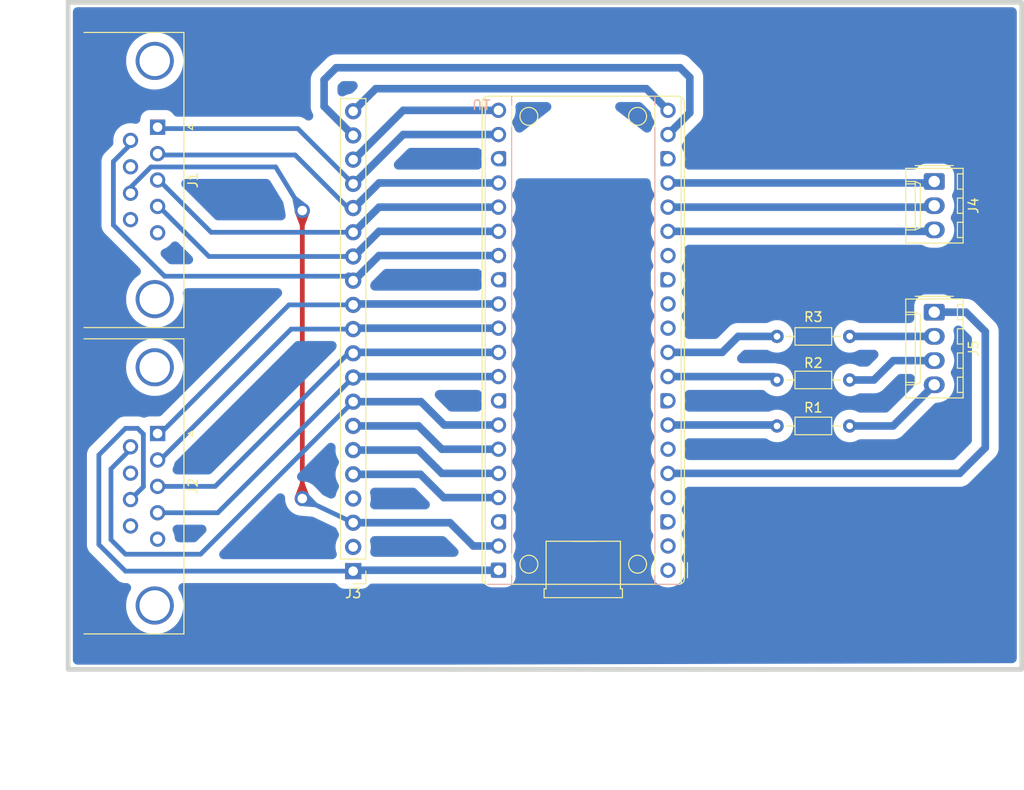
<source format=kicad_pcb>
(kicad_pcb (version 20240108) (generator "pcbnew") (generator_version "8.0")
  (title_block (title "Placa de Usuario Pimmodore 64") (date "2024-08-25"))
  (layers (0 "F.Cu" signal) (31 "B.Cu" signal) (34 "B.Paste" user) (35 "F.Paste" user) (36 "B.SilkS" user "B.Silkscreen") (37 "F.SilkS" user "F.Silkscreen") (38 "B.Mask" user) (39 "F.Mask" user) (44 "Edge.Cuts" user))
  (net 0 "")
  (net 1 "Net-(J5-Pin_4)")
  (net 2 "Net-(J5-Pin_2)")
  (net 3 "Net-(J5-Pin_3)")
  (net 4 "Net-(J5-Pin_1)")
  (net 11 "/M-h")
  (net 12 "/M-b")
  (net 13 "/M-i")
  (net 14 "/M-3")
  (net 16 "/M-1")
  (net 17 "/M-g")
  (net 18 "/M-4")
  (net 19 "/M-d")
  (net 20 "/M-a")
  (net 21 "/M-0")
  (net 22 "/M-8")
  (net 24 "/M-c")
  (net 25 "/M-e")
  (net 26 "/M-f")
  (net 27 "/M-7")
  (net 28 "/M-6")
  (net 29 "/M-2")
  (net 30 "/M-5")
  (net 31 "Net-(U1-GPIO28_ADC2)")
  (net 32 "Net-(U1-GPIO27_ADC1)")
  (net 33 "Net-(U1-GPIO26_ADC0)")
  (net 42 "GNDPWR")
  (net 43 "/PI-10")
  (net 44 "/PI-11")
  (net 45 "/PI-09")
  (footprint "Connector_Molex:Molex_KK-254_AE-6410-04A_1x04_P2.54mm_Vertical" (layer "F.Cu") (at 110.724 46.482 -90)
    (property "Reference" "J5" (at 3.81 -4.12 90) (layer "F.SilkS"))
    (property "Value" "RGB Led")
    (fp_line (start -1.38 2.99) (end 9 2.99) (stroke (width 0.12)) (layer "F.SilkS"))
    (fp_line (start 0 2.99) (end 0 1.99) (stroke (width 0.12)) (layer "F.SilkS"))
    (fp_line (start 0.25 2.99) (end 0.25 1.99) (stroke (width 0.12)) (layer "F.SilkS"))
    (fp_line (start 7.37 2.99) (end 7.37 1.99) (stroke (width 0.12)) (layer "F.SilkS"))
    (fp_line (start 9 2.99) (end 9 -3.03) (stroke (width 0.12)) (layer "F.SilkS"))
    (fp_line (start 0 1.99) (end 7.62 1.99) (stroke (width 0.12)) (layer "F.SilkS"))
    (fp_line (start 0 1.99) (end 0.25 1.46) (stroke (width 0.12)) (layer "F.SilkS"))
    (fp_line (start 7.62 1.99) (end 7.62 2.99) (stroke (width 0.12)) (layer "F.SilkS"))
    (fp_line (start 0.25 1.46) (end 7.37 1.46) (stroke (width 0.12)) (layer "F.SilkS"))
    (fp_line (start 7.37 1.46) (end 7.62 1.99) (stroke (width 0.12)) (layer "F.SilkS"))
    (fp_line (start -1.67 -2) (end -1.67 2) (stroke (width 0.12)) (layer "F.SilkS"))
    (fp_line (start -0.8 -2.43) (end 0.8 -2.43) (stroke (width 0.12)) (layer "F.SilkS"))
    (fp_line (start 0.8 -2.43) (end 0.8 -3.03) (stroke (width 0.12)) (layer "F.SilkS"))
    (fp_line (start 1.74 -2.43) (end 3.34 -2.43) (stroke (width 0.12)) (layer "F.SilkS"))
    (fp_line (start 3.34 -2.43) (end 3.34 -3.03) (stroke (width 0.12)) (layer "F.SilkS"))
    (fp_line (start 4.28 -2.43) (end 5.88 -2.43) (stroke (width 0.12)) (layer "F.SilkS"))
    (fp_line (start 5.88 -2.43) (end 5.88 -3.03) (stroke (width 0.12)) (layer "F.SilkS"))
    (fp_line (start 6.82 -2.43) (end 8.42 -2.43) (stroke (width 0.12)) (layer "F.SilkS"))
    (fp_line (start 8.42 -2.43) (end 8.42 -3.03) (stroke (width 0.12)) (layer "F.SilkS"))
    (fp_line (start -1.38 -3.03) (end -1.38 2.99) (stroke (width 0.12)) (layer "F.SilkS"))
    (fp_line (start -0.8 -3.03) (end -0.8 -2.43) (stroke (width 0.12)) (layer "F.SilkS"))
    (fp_line (start 1.74 -3.03) (end 1.74 -2.43) (stroke (width 0.12)) (layer "F.SilkS"))
    (fp_line (start 4.28 -3.03) (end 4.28 -2.43) (stroke (width 0.12)) (layer "F.SilkS"))
    (fp_line (start 6.82 -3.03) (end 6.82 -2.43) (stroke (width 0.12)) (layer "F.SilkS"))
    (fp_line (start 9 -3.03) (end -1.38 -3.03) (stroke (width 0.12)) (layer "F.SilkS"))
    (pad "1" thru_hole roundrect (at 0 0 270) (size 1.74 2.19) (drill 1.19) (layers "*.Cu" "*.Mask") (roundrect_rratio 0.143678) (net 4 "Net-(J5-Pin_1)"))
    (pad "2" thru_hole oval (at 2.54 0 270) (size 1.74 2.19) (drill 1.19) (layers "*.Cu" "*.Mask") (net 2 "Net-(J5-Pin_2)"))
    (pad "3" thru_hole oval (at 5.08 0 270) (size 1.74 2.19) (drill 1.19) (layers "*.Cu" "*.Mask") (net 3 "Net-(J5-Pin_3)"))
    (pad "4" thru_hole oval (at 7.62 0 270) (size 1.74 2.19) (drill 1.19) (layers "*.Cu" "*.Mask") (net 1 "Net-(J5-Pin_4)"))
  )
  (footprint "Connector_Dsub:DSUB-9_Male_Horizontal_P2.77x2.84mm_EdgePinOffset4.94mm_Housed_MountingHolesOffset7.48mm" (layer "F.Cu") (at 29.274165 27.070165 -90)
    (property "Reference" "J1" (at 5.54 -3.7 -90) (layer "F.SilkS"))
    (property "Value" "Joystick1")
    (fp_line (start -9.945 7.72) (end -9.945 -2.76) (stroke (width 0.12)) (layer "F.SilkS"))
    (fp_line (start -9.945 -2.76) (end 21.025 -2.76) (stroke (width 0.12)) (layer "F.SilkS"))
    (fp_line (start 21.025 -2.76) (end 21.025 7.72) (stroke (width 0.12)) (layer "F.SilkS"))
    (fp_line (start 0 -3.221325) (end -0.25 -3.654338) (stroke (width 0.12)) (layer "F.SilkS"))
    (fp_line (start -0.25 -3.654338) (end 0.25 -3.654338) (stroke (width 0.12)) (layer "F.SilkS"))
    (fp_line (start 0.25 -3.654338) (end 0 -3.221325) (stroke (width 0.12)) (layer "F.SilkS"))
    (pad "0" thru_hole circle (at -6.96 0.3 270) (size 4 4) (drill 3.2) (layers "*.Cu" "*.Mask"))
    (pad "0" thru_hole circle (at 18.04 0.3 270) (size 4 4) (drill 3.2) (layers "*.Cu" "*.Mask"))
    (pad "1" thru_hole rect (at 0 0 270) (size 1.6 1.6) (drill 1) (layers "*.Cu" "*.Mask") (net 19 "/M-d"))
    (pad "2" thru_hole circle (at 2.77 0 270) (size 1.6 1.6) (drill 1) (layers "*.Cu" "*.Mask") (net 25 "/M-e"))
    (pad "3" thru_hole circle (at 5.54 0 270) (size 1.6 1.6) (drill 1) (layers "*.Cu" "*.Mask") (net 26 "/M-f"))
    (pad "4" thru_hole circle (at 8.31 0 270) (size 1.6 1.6) (drill 1) (layers "*.Cu" "*.Mask") (net 17 "/M-g"))
    (pad "5" thru_hole circle (at 11.08 0 270) (size 1.6 1.6) (drill 1) (layers "*.Cu" "*.Mask"))
    (pad "6" thru_hole circle (at 1.385 2.84 270) (size 1.6 1.6) (drill 1) (layers "*.Cu" "*.Mask") (net 11 "/M-h"))
    (pad "7" thru_hole circle (at 4.155 2.84 270) (size 1.6 1.6) (drill 1) (layers "*.Cu" "*.Mask"))
    (pad "8" thru_hole circle (at 6.925 2.84 270) (size 1.6 1.6) (drill 1) (layers "*.Cu" "*.Mask") (net 22 "/M-8"))
    (pad "9" thru_hole circle (at 9.695 2.84 270) (size 1.6 1.6) (drill 1) (layers "*.Cu" "*.Mask"))
  )
  (footprint "Connector_Dsub:DSUB-9_Male_Horizontal_P2.77x2.84mm_EdgePinOffset4.94mm_Housed_MountingHolesOffset7.48mm" (layer "F.Cu") (at 29.274165 59.22 -90)
    (property "Reference" "J2" (at 5.54 -3.7 -90) (layer "F.SilkS"))
    (property "Value" "Joystick2")
    (fp_line (start -9.945 7.72) (end -9.945 -2.76) (stroke (width 0.12)) (layer "F.SilkS"))
    (fp_line (start -9.945 -2.76) (end 21.025 -2.76) (stroke (width 0.12)) (layer "F.SilkS"))
    (fp_line (start 21.025 -2.76) (end 21.025 7.72) (stroke (width 0.12)) (layer "F.SilkS"))
    (fp_line (start 0 -3.221325) (end -0.25 -3.654338) (stroke (width 0.12)) (layer "F.SilkS"))
    (fp_line (start -0.25 -3.654338) (end 0.25 -3.654338) (stroke (width 0.12)) (layer "F.SilkS"))
    (fp_line (start 0.25 -3.654338) (end 0 -3.221325) (stroke (width 0.12)) (layer "F.SilkS"))
    (pad "0" thru_hole circle (at -6.96 0.3 270) (size 4 4) (drill 3.2) (layers "*.Cu" "*.Mask"))
    (pad "0" thru_hole circle (at 18.04 0.3 270) (size 4 4) (drill 3.2) (layers "*.Cu" "*.Mask"))
    (pad "1" thru_hole rect (at 0 0 270) (size 1.6 1.6) (drill 1) (layers "*.Cu" "*.Mask") (net 21 "/M-0"))
    (pad "2" thru_hole circle (at 2.77 0 270) (size 1.6 1.6) (drill 1) (layers "*.Cu" "*.Mask") (net 16 "/M-1"))
    (pad "3" thru_hole circle (at 5.54 0 270) (size 1.6 1.6) (drill 1) (layers "*.Cu" "*.Mask") (net 29 "/M-2"))
    (pad "4" thru_hole circle (at 8.31 0 270) (size 1.6 1.6) (drill 1) (layers "*.Cu" "*.Mask") (net 14 "/M-3"))
    (pad "5" thru_hole circle (at 11.08 0 270) (size 1.6 1.6) (drill 1) (layers "*.Cu" "*.Mask"))
    (pad "6" thru_hole circle (at 1.385 2.84 270) (size 1.6 1.6) (drill 1) (layers "*.Cu" "*.Mask") (net 18 "/M-4"))
    (pad "7" thru_hole circle (at 4.155 2.84 270) (size 1.6 1.6) (drill 1) (layers "*.Cu" "*.Mask"))
    (pad "8" thru_hole circle (at 6.925 2.84 270) (size 1.6 1.6) (drill 1) (layers "*.Cu" "*.Mask") (net 13 "/M-i"))
    (pad "9" thru_hole circle (at 9.695 2.84 270) (size 1.6 1.6) (drill 1) (layers "*.Cu" "*.Mask"))
  )
  (footprint "Connector_PinHeader_2.54mm:PinHeader_1x20_P2.54mm_Vertical" (layer "F.Cu") (at 49.784 73.655 180)
    (property "Reference" "J3" (at 0 -2.33 0) (layer "F.SilkS"))
    (property "Value" "Conn_01x20_Pin")
    (fp_line (start 1.33 1.27) (end 1.33 49.59) (stroke (width 0.12)) (layer "F.SilkS"))
    (fp_line (start -1.33 49.59) (end 1.33 49.59) (stroke (width 0.12)) (layer "F.SilkS"))
    (fp_line (start -1.33 1.27) (end 1.33 1.27) (stroke (width 0.12)) (layer "F.SilkS"))
    (fp_line (start -1.33 1.27) (end -1.33 49.59) (stroke (width 0.12)) (layer "F.SilkS"))
    (fp_line (start -1.33 0) (end -1.33 -1.33) (stroke (width 0.12)) (layer "F.SilkS"))
    (fp_line (start -1.33 -1.33) (end 0 -1.33) (stroke (width 0.12)) (layer "F.SilkS"))
    (pad "1" thru_hole rect (at 0 0 180) (size 1.7 1.7) (drill 1) (layers "*.Cu" "*.Mask") (net 13 "/M-i"))
    (pad "2" thru_hole oval (at 0 2.54 180) (size 1.7 1.7) (drill 1) (layers "*.Cu" "*.Mask"))
    (pad "3" thru_hole oval (at 0 5.08 180) (size 1.7 1.7) (drill 1) (layers "*.Cu" "*.Mask") (net 22 "/M-8"))
    (pad "4" thru_hole oval (at 0 7.62 180) (size 1.7 1.7) (drill 1) (layers "*.Cu" "*.Mask"))
    (pad "5" thru_hole oval (at 0 10.16 180) (size 1.7 1.7) (drill 1) (layers "*.Cu" "*.Mask") (net 27 "/M-7"))
    (pad "6" thru_hole oval (at 0 12.7 180) (size 1.7 1.7) (drill 1) (layers "*.Cu" "*.Mask") (net 28 "/M-6"))
    (pad "7" thru_hole oval (at 0 15.24 180) (size 1.7 1.7) (drill 1) (layers "*.Cu" "*.Mask") (net 30 "/M-5"))
    (pad "8" thru_hole oval (at 0 17.78 180) (size 1.7 1.7) (drill 1) (layers "*.Cu" "*.Mask") (net 18 "/M-4"))
    (pad "9" thru_hole oval (at 0 20.32 180) (size 1.7 1.7) (drill 1) (layers "*.Cu" "*.Mask") (net 14 "/M-3"))
    (pad "10" thru_hole oval (at 0 22.86 180) (size 1.7 1.7) (drill 1) (layers "*.Cu" "*.Mask") (net 29 "/M-2"))
    (pad "11" thru_hole oval (at 0 25.4 180) (size 1.7 1.7) (drill 1) (layers "*.Cu" "*.Mask") (net 16 "/M-1"))
    (pad "12" thru_hole oval (at 0 27.94 180) (size 1.7 1.7) (drill 1) (layers "*.Cu" "*.Mask") (net 21 "/M-0"))
    (pad "13" thru_hole oval (at 0 30.48 180) (size 1.7 1.7) (drill 1) (layers "*.Cu" "*.Mask") (net 11 "/M-h"))
    (pad "14" thru_hole oval (at 0 33.02 180) (size 1.7 1.7) (drill 1) (layers "*.Cu" "*.Mask") (net 17 "/M-g"))
    (pad "15" thru_hole oval (at 0 35.56 180) (size 1.7 1.7) (drill 1) (layers "*.Cu" "*.Mask") (net 26 "/M-f"))
    (pad "16" thru_hole oval (at 0 38.1 180) (size 1.7 1.7) (drill 1) (layers "*.Cu" "*.Mask") (net 25 "/M-e"))
    (pad "17" thru_hole oval (at 0 40.64 180) (size 1.7 1.7) (drill 1) (layers "*.Cu" "*.Mask") (net 19 "/M-d"))
    (pad "18" thru_hole oval (at 0 43.18 180) (size 1.7 1.7) (drill 1) (layers "*.Cu" "*.Mask") (net 24 "/M-c"))
    (pad "19" thru_hole oval (at 0 45.72 180) (size 1.7 1.7) (drill 1) (layers "*.Cu" "*.Mask") (net 12 "/M-b"))
    (pad "20" thru_hole oval (at 0 48.26 180) (size 1.7 1.7) (drill 1) (layers "*.Cu" "*.Mask") (net 20 "/M-a"))
  )
  (footprint "Resistor_THT:R_Axial_DIN0204_L3.6mm_D1.6mm_P7.62mm_Horizontal" (layer "F.Cu") (at 94.234 58.42)
    (property "Reference" "R1" (at 3.81 -1.92 0) (layer "F.SilkS"))
    (property "Value" "5k")
    (fp_line (start 0.94 0) (end 1.89 0) (stroke (width 0.12)) (layer "F.SilkS"))
    (fp_line (start 1.89 -0.92) (end 1.89 0.92) (stroke (width 0.12)) (layer "F.SilkS"))
    (fp_line (start 1.89 0.92) (end 5.73 0.92) (stroke (width 0.12)) (layer "F.SilkS"))
    (fp_line (start 5.73 -0.92) (end 1.89 -0.92) (stroke (width 0.12)) (layer "F.SilkS"))
    (fp_line (start 5.73 0.92) (end 5.73 -0.92) (stroke (width 0.12)) (layer "F.SilkS"))
    (fp_line (start 6.68 0) (end 5.73 0) (stroke (width 0.12)) (layer "F.SilkS"))
    (pad "1" thru_hole circle (at 0 0) (size 1.4 1.4) (drill 0.7) (layers "*.Cu" "*.Mask") (net 31 "Net-(U1-GPIO28_ADC2)"))
    (pad "2" thru_hole oval (at 7.62 0) (size 1.4 1.4) (drill 0.7) (layers "*.Cu" "*.Mask") (net 1 "Net-(J5-Pin_4)"))
  )
  (footprint "Connector_Molex:Molex_KK-254_AE-6410-03A_1x03_P2.54mm_Vertical" (layer "F.Cu") (at 110.724 32.766 -90)
    (property "Reference" "J4" (at 2.54 -4.12 90) (layer "F.SilkS"))
    (property "Value" "Rasp PI Interface")
    (fp_line (start -1.38 2.99) (end 6.46 2.99) (stroke (width 0.12)) (layer "F.SilkS"))
    (fp_line (start 0 2.99) (end 0 1.99) (stroke (width 0.12)) (layer "F.SilkS"))
    (fp_line (start 0.25 2.99) (end 0.25 1.99) (stroke (width 0.12)) (layer "F.SilkS"))
    (fp_line (start 4.83 2.99) (end 4.83 1.99) (stroke (width 0.12)) (layer "F.SilkS"))
    (fp_line (start 6.46 2.99) (end 6.46 -3.03) (stroke (width 0.12)) (layer "F.SilkS"))
    (fp_line (start 0 1.99) (end 5.08 1.99) (stroke (width 0.12)) (layer "F.SilkS"))
    (fp_line (start 0 1.99) (end 0.25 1.46) (stroke (width 0.12)) (layer "F.SilkS"))
    (fp_line (start 5.08 1.99) (end 5.08 2.99) (stroke (width 0.12)) (layer "F.SilkS"))
    (fp_line (start 0.25 1.46) (end 4.83 1.46) (stroke (width 0.12)) (layer "F.SilkS"))
    (fp_line (start 4.83 1.46) (end 5.08 1.99) (stroke (width 0.12)) (layer "F.SilkS"))
    (fp_line (start -1.67 -2) (end -1.67 2) (stroke (width 0.12)) (layer "F.SilkS"))
    (fp_line (start -0.8 -2.43) (end 0.8 -2.43) (stroke (width 0.12)) (layer "F.SilkS"))
    (fp_line (start 0.8 -2.43) (end 0.8 -3.03) (stroke (width 0.12)) (layer "F.SilkS"))
    (fp_line (start 1.74 -2.43) (end 3.34 -2.43) (stroke (width 0.12)) (layer "F.SilkS"))
    (fp_line (start 3.34 -2.43) (end 3.34 -3.03) (stroke (width 0.12)) (layer "F.SilkS"))
    (fp_line (start 4.28 -2.43) (end 5.88 -2.43) (stroke (width 0.12)) (layer "F.SilkS"))
    (fp_line (start 5.88 -2.43) (end 5.88 -3.03) (stroke (width 0.12)) (layer "F.SilkS"))
    (fp_line (start -1.38 -3.03) (end -1.38 2.99) (stroke (width 0.12)) (layer "F.SilkS"))
    (fp_line (start -0.8 -3.03) (end -0.8 -2.43) (stroke (width 0.12)) (layer "F.SilkS"))
    (fp_line (start 1.74 -3.03) (end 1.74 -2.43) (stroke (width 0.12)) (layer "F.SilkS"))
    (fp_line (start 4.28 -3.03) (end 4.28 -2.43) (stroke (width 0.12)) (layer "F.SilkS"))
    (fp_line (start 6.46 -3.03) (end -1.38 -3.03) (stroke (width 0.12)) (layer "F.SilkS"))
    (pad "1" thru_hole roundrect (at 0 0 270) (size 1.74 2.19) (drill 1.19) (layers "*.Cu" "*.Mask") (roundrect_rratio 0.143678) (net 43 "/PI-10"))
    (pad "2" thru_hole oval (at 2.54 0 270) (size 1.74 2.19) (drill 1.19) (layers "*.Cu" "*.Mask") (net 45 "/PI-09"))
    (pad "3" thru_hole oval (at 5.08 0 270) (size 1.74 2.19) (drill 1.19) (layers "*.Cu" "*.Mask") (net 44 "/PI-11"))
  )
  (footprint "Resistor_THT:R_Axial_DIN0204_L3.6mm_D1.6mm_P7.62mm_Horizontal" (layer "F.Cu") (at 94.234 53.594)
    (property "Reference" "R2" (at 3.81 -1.778 0) (layer "F.SilkS"))
    (property "Value" "10k")
    (fp_line (start 0.94 0) (end 1.89 0) (stroke (width 0.12)) (layer "F.SilkS"))
    (fp_line (start 1.89 -0.92) (end 1.89 0.92) (stroke (width 0.12)) (layer "F.SilkS"))
    (fp_line (start 1.89 0.92) (end 5.73 0.92) (stroke (width 0.12)) (layer "F.SilkS"))
    (fp_line (start 5.73 -0.92) (end 1.89 -0.92) (stroke (width 0.12)) (layer "F.SilkS"))
    (fp_line (start 5.73 0.92) (end 5.73 -0.92) (stroke (width 0.12)) (layer "F.SilkS"))
    (fp_line (start 6.68 0) (end 5.73 0) (stroke (width 0.12)) (layer "F.SilkS"))
    (pad "1" thru_hole circle (at 0 0) (size 1.4 1.4) (drill 0.7) (layers "*.Cu" "*.Mask") (net 32 "Net-(U1-GPIO27_ADC1)"))
    (pad "2" thru_hole oval (at 7.62 0) (size 1.4 1.4) (drill 0.7) (layers "*.Cu" "*.Mask") (net 3 "Net-(J5-Pin_3)"))
  )
  (footprint "Module_RaspberryPi_Pico:RaspberryPi_Pico_Common_THT" (layer "F.Cu") (at 73.914 49.4285 180)
    (property "Reference" "U1" (at 11.7475 24.765 180) (layer "B.SilkS") (effects (justify left mirror)))
    (property "Value" "RaspberryPi_Pico_W")
    (fp_line (start 7.51 25.61) (end 7.51 24.69648) (stroke (width 0.12)) (layer "B.SilkS"))
    (fp_line (start 7.51 22.30352) (end 7.51 -22.30352) (stroke (width 0.12)) (layer "B.SilkS"))
    (fp_line (start 7.51 -24.69648) (end 7.51 -25.61) (stroke (width 0.12)) (layer "B.SilkS"))
    (fp_line (start 7.51 -25.61) (end 10 -25.61) (stroke (width 0.12)) (layer "B.SilkS"))
    (fp_line (start -7.51 25.61) (end -7.51 24.69648) (stroke (width 0.12)) (layer "B.SilkS"))
    (fp_line (start -7.51 22.30352) (end -7.51 -22.30352) (stroke (width 0.12)) (layer "B.SilkS"))
    (fp_line (start -7.51 -24.69648) (end -7.51 -25.61) (stroke (width 0.12)) (layer "B.SilkS"))
    (fp_line (start -7.51 -25.61) (end -10 -25.61) (stroke (width 0.12)) (layer "B.SilkS"))
    (fp_line (start 10.61 -25) (end 10.61 25) (stroke (width 0.12)) (layer "F.SilkS"))
    (fp_line (start 10.27 25.547) (end 10.27 -25.547) (stroke (width 0.12)) (layer "F.SilkS"))
    (fp_line (start 7.51 22.30352) (end 7.51 24.69648) (stroke (width 0.12)) (layer "F.SilkS"))
    (fp_line (start 7.51 -24.69648) (end 7.51 -22.30352) (stroke (width 0.12)) (layer "F.SilkS"))
    (fp_line (start 4.235 -25.61) (end 7.51 -25.61) (stroke (width 0.12)) (layer "F.SilkS"))
    (fp_line (start 4.11 -26.09) (end 3.9 -26.09) (stroke (width 0.12)) (layer "F.SilkS"))
    (fp_line (start 4.11 -27.01) (end 4.11 -26.09) (stroke (width 0.12)) (layer "F.SilkS"))
    (fp_line (start 3.9 -21.09) (end -3.9 -21.09) (stroke (width 0.12)) (layer "F.SilkS"))
    (fp_line (start 3.9 -22.306) (end 3.9 -21.09) (stroke (width 0.12)) (layer "F.SilkS"))
    (fp_line (start 3.9 -24.694) (end 3.9 -22.306) (stroke (width 0.12)) (layer "F.SilkS"))
    (fp_line (start 3.9 -26.09) (end 3.9 -24.694) (stroke (width 0.12)) (layer "F.SilkS"))
    (fp_line (start 3.6 25.61) (end 10 25.61) (stroke (width 0.12)) (layer "F.SilkS"))
    (fp_line (start 3.6 25.61) (end -3.6 25.61) (stroke (width 0.12)) (layer "F.SilkS"))
    (fp_line (start -1.24609 -21.09) (end 1.24609 -21.09) (stroke (width 0.12)) (layer "F.SilkS"))
    (fp_line (start -3.9 -22.306) (end -3.9 -21.09) (stroke (width 0.12)) (layer "F.SilkS"))
    (fp_line (start -3.9 -24.694) (end -3.9 -22.306) (stroke (width 0.12)) (layer "F.SilkS"))
    (fp_line (start -3.9 -26.09) (end -3.9 -24.694) (stroke (width 0.12)) (layer "F.SilkS"))
    (fp_line (start -4.11 -26.09) (end -3.9 -26.09) (stroke (width 0.12)) (layer "F.SilkS"))
    (fp_line (start -4.11 -27.01) (end 4.11 -27.01) (stroke (width 0.12)) (layer "F.SilkS"))
    (fp_line (start -4.11 -27.01) (end -4.11 -26.09) (stroke (width 0.12)) (layer "F.SilkS"))
    (fp_line (start -4.235 -25.61) (end 4.235 -25.61) (stroke (width 0.12)) (layer "F.SilkS"))
    (fp_line (start -7.51 22.30352) (end -7.51 24.69648) (stroke (width 0.12)) (layer "F.SilkS"))
    (fp_line (start -7.51 -24.69648) (end -7.51 -22.30352) (stroke (width 0.12)) (layer "F.SilkS"))
    (fp_line (start -7.51 -25.61) (end -4.235 -25.61) (stroke (width 0.12)) (layer "F.SilkS"))
    (fp_line (start -10 25.61) (end -3.6 25.61) (stroke (width 0.12)) (layer "F.SilkS"))
    (fp_line (start -10.27 -25.547) (end -10.27 25.547) (stroke (width 0.12)) (layer "F.SilkS"))
    (fp_line (start -10.61 -25) (end -10.61 25) (stroke (width 0.12)) (layer "F.SilkS"))
    (fp_line (start -10.93 -23.33) (end -10.93 -24.93) (stroke (width 0.12)) (layer "F.SilkS"))
    (fp_arc (start 10.61 25) (mid 10.431335 25.431335) (end 10 25.61) (stroke (width 0.12)) (layer "F.SilkS"))
    (fp_arc (start 10 -25.61) (mid 10.431335 -25.431335) (end 10.61 -25) (stroke (width 0.12)) (layer "F.SilkS"))
    (fp_arc (start -10 25.61) (mid -10.431364 25.431364) (end -10.61 25) (stroke (width 0.12)) (layer "F.SilkS"))
    (fp_arc (start -10.61 -25) (mid -10.431335 -25.431335) (end -10 -25.61) (stroke (width 0.12)) (layer "F.SilkS"))
    (fp_circle (center 5.7 23.5) (end 6.64 23.5) (stroke (width 0.12)) (fill none) (layer "F.SilkS"))
    (fp_circle (center 5.7 -23.5) (end 6.64 -23.5) (stroke (width 0.12)) (fill none) (layer "F.SilkS"))
    (fp_circle (center -5.7 23.5) (end -4.76 23.5) (stroke (width 0.12)) (fill none) (layer "F.SilkS"))
    (fp_circle (center -5.7 -23.5) (end -4.76 -23.5) (stroke (width 0.12)) (fill none) (layer "F.SilkS"))
    (pad "1" thru_hole roundrect (at 8.89 -24.13 180) (size 1.6 1.6) (drill 1) (layers "*.Mask" "F.Cu" "In1.Cu" "B.Cu") (roundrect_rratio 0.125) (net 13 "/M-i"))
    (pad "2" thru_hole circle (at 8.89 -21.59 180) (size 1.6 1.6) (drill 1) (layers "*.Mask" "F.Cu" "In1.Cu" "B.Cu") (net 22 "/M-8"))
    (pad "3" thru_hole custom (at 8.89 -19.05 180) (size 1.6 1.6) (drill 1) (layers "*.Mask" "F.Cu" "In1.Cu" "B.Cu") (net 42 "GNDPWR") (options (clearance outline) (anchor circle)) (primitives (gr_poly (pts (xy -0.8 0.6) (xy -0.8 -0.6) (xy -0.6 -0.8) (xy 0 -0.8) (xy 0 0.8) (xy -0.6 0.8)) (width 0) (fill yes)) (gr_circle (center -0.6 0.6) (end -0.8 0.6) (width 0) (fill yes)) (gr_circle (center -0.6 -0.6) (end -0.8 -0.6) (width 0) (fill yes))))
    (pad "4" thru_hole circle (at 8.89 -16.51 180) (size 1.6 1.6) (drill 1) (layers "*.Mask" "F.Cu" "In1.Cu" "B.Cu") (net 27 "/M-7"))
    (pad "5" thru_hole circle (at 8.89 -13.97 180) (size 1.6 1.6) (drill 1) (layers "*.Mask" "F.Cu" "In1.Cu" "B.Cu") (net 28 "/M-6"))
    (pad "6" thru_hole circle (at 8.89 -11.43 180) (size 1.6 1.6) (drill 1) (layers "*.Mask" "F.Cu" "In1.Cu" "B.Cu") (net 30 "/M-5"))
    (pad "7" thru_hole circle (at 8.89 -8.89 180) (size 1.6 1.6) (drill 1) (layers "*.Mask" "F.Cu" "In1.Cu" "B.Cu") (net 18 "/M-4"))
    (pad "8" thru_hole custom (at 8.89 -6.35 180) (size 1.6 1.6) (drill 1) (layers "*.Mask" "F.Cu" "In1.Cu" "B.Cu") (net 42 "GNDPWR") (options (clearance outline) (anchor circle)) (primitives (gr_poly (pts (xy -0.8 0.6) (xy -0.8 -0.6) (xy -0.6 -0.8) (xy 0 -0.8) (xy 0 0.8) (xy -0.6 0.8)) (width 0) (fill yes)) (gr_circle (center -0.6 0.6) (end -0.8 0.6) (width 0) (fill yes)) (gr_circle (center -0.6 -0.6) (end -0.8 -0.6) (width 0) (fill yes))))
    (pad "9" thru_hole circle (at 8.89 -3.81 180) (size 1.6 1.6) (drill 1) (layers "*.Mask" "F.Cu" "In1.Cu" "B.Cu") (net 14 "/M-3"))
    (pad "10" thru_hole circle (at 8.89 -1.27 180) (size 1.6 1.6) (drill 1) (layers "*.Mask" "F.Cu" "In1.Cu" "B.Cu") (net 29 "/M-2"))
    (pad "11" thru_hole circle (at 8.89 1.27 180) (size 1.6 1.6) (drill 1) (layers "*.Mask" "F.Cu" "In1.Cu" "B.Cu") (net 16 "/M-1"))
    (pad "12" thru_hole circle (at 8.89 3.81 180) (size 1.6 1.6) (drill 1) (layers "*.Mask" "F.Cu" "In1.Cu" "B.Cu") (net 21 "/M-0"))
    (pad "13" thru_hole custom (at 8.89 6.35 180) (size 1.6 1.6) (drill 1) (layers "*.Mask" "F.Cu" "In1.Cu" "B.Cu") (net 42 "GNDPWR") (options (clearance outline) (anchor circle)) (primitives (gr_poly (pts (xy -0.8 0.6) (xy -0.8 -0.6) (xy -0.6 -0.8) (xy 0 -0.8) (xy 0 0.8) (xy -0.6 0.8)) (width 0) (fill yes)) (gr_circle (center -0.6 0.6) (end -0.8 0.6) (width 0) (fill yes)) (gr_circle (center -0.6 -0.6) (end -0.8 -0.6) (width 0) (fill yes))))
    (pad "14" thru_hole circle (at 8.89 8.89 180) (size 1.6 1.6) (drill 1) (layers "*.Mask" "F.Cu" "In1.Cu" "B.Cu") (net 11 "/M-h"))
    (pad "15" thru_hole circle (at 8.89 11.43 180) (size 1.6 1.6) (drill 1) (layers "*.Mask" "F.Cu" "In1.Cu" "B.Cu") (net 17 "/M-g"))
    (pad "16" thru_hole circle (at 8.89 13.97 180) (size 1.6 1.6) (drill 1) (layers "*.Mask" "F.Cu" "In1.Cu" "B.Cu") (net 26 "/M-f"))
    (pad "17" thru_hole circle (at 8.89 16.51 180) (size 1.6 1.6) (drill 1) (layers "*.Mask" "F.Cu" "In1.Cu" "B.Cu") (net 25 "/M-e"))
    (pad "18" thru_hole custom (at 8.89 19.05 180) (size 1.6 1.6) (drill 1) (layers "*.Mask" "F.Cu" "In1.Cu" "B.Cu") (net 42 "GNDPWR") (options (clearance outline) (anchor circle)) (primitives (gr_poly (pts (xy -0.8 0.6) (xy -0.8 -0.6) (xy -0.6 -0.8) (xy 0 -0.8) (xy 0 0.8) (xy -0.6 0.8)) (width 0) (fill yes)) (gr_circle (center -0.6 0.6) (end -0.8 0.6) (width 0) (fill yes)) (gr_circle (center -0.6 -0.6) (end -0.8 -0.6) (width 0) (fill yes))))
    (pad "19" thru_hole circle (at 8.89 21.59 180) (size 1.6 1.6) (drill 1) (layers "*.Mask" "F.Cu" "In1.Cu" "B.Cu") (net 19 "/M-d"))
    (pad "20" thru_hole circle (at 8.89 24.13 180) (size 1.6 1.6) (drill 1) (layers "*.Mask" "F.Cu" "In1.Cu" "B.Cu") (net 24 "/M-c"))
    (pad "21" thru_hole circle (at -8.89 24.13 180) (size 1.6 1.6) (drill 1) (layers "*.Mask" "F.Cu" "In1.Cu" "B.Cu") (net 20 "/M-a"))
    (pad "22" thru_hole circle (at -8.89 21.59 180) (size 1.6 1.6) (drill 1) (layers "*.Mask" "F.Cu" "In1.Cu" "B.Cu") (net 12 "/M-b"))
    (pad "23" thru_hole custom (at -8.89 19.05 180) (size 1.6 1.6) (drill 1) (layers "*.Mask" "F.Cu" "In1.Cu" "B.Cu") (net 42 "GNDPWR") (options (clearance outline) (anchor circle)) (primitives (gr_poly (pts (xy 0.8 0.6) (xy 0.8 -0.6) (xy 0.6 -0.8) (xy 0 -0.8) (xy 0 0.8) (xy 0.6 0.8)) (width 0) (fill yes)) (gr_circle (center 0.6 0.6) (end 0.4 0.6) (width 0) (fill yes)) (gr_circle (center 0.6 -0.6) (end 0.4 -0.6) (width 0) (fill yes))))
    (pad "24" thru_hole circle (at -8.89 16.51 180) (size 1.6 1.6) (drill 1) (layers "*.Mask" "F.Cu" "In1.Cu" "B.Cu") (net 43 "/PI-10"))
    (pad "25" thru_hole circle (at -8.89 13.97 180) (size 1.6 1.6) (drill 1) (layers "*.Mask" "F.Cu" "In1.Cu" "B.Cu") (net 45 "/PI-09"))
    (pad "26" thru_hole circle (at -8.89 11.43 180) (size 1.6 1.6) (drill 1) (layers "*.Mask" "F.Cu" "In1.Cu" "B.Cu") (net 44 "/PI-11"))
    (pad "27" thru_hole circle (at -8.89 8.89 180) (size 1.6 1.6) (drill 1) (layers "*.Mask" "F.Cu" "In1.Cu" "B.Cu"))
    (pad "28" thru_hole custom (at -8.89 6.35 180) (size 1.6 1.6) (drill 1) (layers "*.Mask" "F.Cu" "In1.Cu" "B.Cu") (net 42 "GNDPWR") (options (clearance outline) (anchor circle)) (primitives (gr_poly (pts (xy 0.8 0.6) (xy 0.8 -0.6) (xy 0.6 -0.8) (xy 0 -0.8) (xy 0 0.8) (xy 0.6 0.8)) (width 0) (fill yes)) (gr_circle (center 0.6 0.6) (end 0.4 0.6) (width 0) (fill yes)) (gr_circle (center 0.6 -0.6) (end 0.4 -0.6) (width 0) (fill yes))))
    (pad "29" thru_hole circle (at -8.89 3.81 180) (size 1.6 1.6) (drill 1) (layers "*.Mask" "F.Cu" "In1.Cu" "B.Cu"))
    (pad "30" thru_hole circle (at -8.89 1.27 180) (size 1.6 1.6) (drill 1) (layers "*.Mask" "F.Cu" "In1.Cu" "B.Cu"))
    (pad "31" thru_hole circle (at -8.89 -1.27 180) (size 1.6 1.6) (drill 1) (layers "*.Mask" "F.Cu" "In1.Cu" "B.Cu") (net 33 "Net-(U1-GPIO26_ADC0)"))
    (pad "32" thru_hole circle (at -8.89 -3.81 180) (size 1.6 1.6) (drill 1) (layers "*.Mask" "F.Cu" "In1.Cu" "B.Cu") (net 32 "Net-(U1-GPIO27_ADC1)"))
    (pad "33" thru_hole custom (at -8.89 -6.35 180) (size 1.6 1.6) (drill 1) (layers "*.Mask" "F.Cu" "In1.Cu" "B.Cu") (options (clearance outline) (anchor circle)) (primitives (gr_poly (pts (xy 0.8 0.6) (xy 0.8 -0.6) (xy 0.6 -0.8) (xy 0 -0.8) (xy 0 0.8) (xy 0.6 0.8)) (width 0) (fill yes)) (gr_circle (center 0.6 0.6) (end 0.4 0.6) (width 0) (fill yes)) (gr_circle (center 0.6 -0.6) (end 0.4 -0.6) (width 0) (fill yes))))
    (pad "34" thru_hole circle (at -8.89 -8.89 180) (size 1.6 1.6) (drill 1) (layers "*.Mask" "F.Cu" "In1.Cu" "B.Cu") (net 31 "Net-(U1-GPIO28_ADC2)"))
    (pad "35" thru_hole circle (at -8.89 -11.43 180) (size 1.6 1.6) (drill 1) (layers "*.Mask" "F.Cu" "In1.Cu" "B.Cu"))
    (pad "36" thru_hole circle (at -8.89 -13.97 180) (size 1.6 1.6) (drill 1) (layers "*.Mask" "F.Cu" "In1.Cu" "B.Cu") (net 4 "Net-(J5-Pin_1)"))
    (pad "37" thru_hole circle (at -8.89 -16.51 180) (size 1.6 1.6) (drill 1) (layers "*.Mask" "F.Cu" "In1.Cu" "B.Cu"))
    (pad "38" thru_hole custom (at -8.89 -19.05 180) (size 1.6 1.6) (drill 1) (layers "*.Mask" "F.Cu" "In1.Cu" "B.Cu") (net 42 "GNDPWR") (options (clearance outline) (anchor circle)) (primitives (gr_poly (pts (xy 0.8 0.6) (xy 0.8 -0.6) (xy 0.6 -0.8) (xy 0 -0.8) (xy 0 0.8) (xy 0.6 0.8)) (width 0) (fill yes)) (gr_circle (center 0.6 0.6) (end 0.4 0.6) (width 0) (fill yes)) (gr_circle (center 0.6 -0.6) (end 0.4 -0.6) (width 0) (fill yes))))
    (pad "39" thru_hole circle (at -8.89 -21.59 180) (size 1.6 1.6) (drill 1) (layers "*.Mask" "F.Cu" "In1.Cu" "B.Cu"))
    (pad "40" thru_hole circle (at -8.89 -24.13 180) (size 1.6 1.6) (drill 1) (layers "*.Mask" "F.Cu" "In1.Cu" "B.Cu"))
    (zone (net 0) (net_name "") (layers "*.Cu" "*.Paste") (name "Antenna Copper Keep Out") (connect_pads (clearance 0)) (min_thickness 0.254)
      (keepout (tracks not_allowed) (vias not_allowed) (pads not_allowed) (copperpour not_allowed) (footprints allowed))
      (fill (thermal_gap 0.508) (thermal_bridge_width 0.508))
      (polygon (pts (xy 76.314 24.438605) (xy 81.014 28.088605) (xy 81.014 32.4285) (xy 66.814 32.4285) (xy 66.814 28.088605) (xy 71.514 24.438605) (xy 71.514 23.4285) (xy 76.314 23.4285)))
    )
  )
  (footprint "Resistor_THT:R_Axial_DIN0204_L3.6mm_D1.6mm_P7.62mm_Horizontal" (layer "F.Cu") (at 94.234 49.022)
    (property "Reference" "R3" (at 3.81 -2.032 0) (layer "F.SilkS"))
    (property "Value" "10k")
    (fp_line (start 0.94 0) (end 1.89 0) (stroke (width 0.12)) (layer "F.SilkS"))
    (fp_line (start 1.89 -0.92) (end 1.89 0.92) (stroke (width 0.12)) (layer "F.SilkS"))
    (fp_line (start 1.89 0.92) (end 5.73 0.92) (stroke (width 0.12)) (layer "F.SilkS"))
    (fp_line (start 5.73 -0.92) (end 1.89 -0.92) (stroke (width 0.12)) (layer "F.SilkS"))
    (fp_line (start 5.73 0.92) (end 5.73 -0.92) (stroke (width 0.12)) (layer "F.SilkS"))
    (fp_line (start 6.68 0) (end 5.73 0) (stroke (width 0.12)) (layer "F.SilkS"))
    (pad "1" thru_hole circle (at 0 0) (size 1.4 1.4) (drill 0.7) (layers "*.Cu" "*.Mask") (net 33 "Net-(U1-GPIO26_ADC0)"))
    (pad "2" thru_hole oval (at 7.62 0) (size 1.4 1.4) (drill 0.7) (layers "*.Cu" "*.Mask") (net 2 "Net-(J5-Pin_2)"))
  )
  (gr_rect (start 19.888 13.97) (end 119.888 83.97) (stroke (width 0.5)) (fill none) (layer "Edge.Cuts"))
  (segment (start 101.854 58.42) (end 106.406 58.42) (width 0.8) (layer "B.Cu") (net 1))
  (segment (start 106.406 58.42) (end 110.724 54.102) (width 0.8) (layer "B.Cu") (net 1))
  (segment (start 110.724 49.022) (end 101.854 49.022) (width 0.8) (layer "B.Cu") (net 2))
  (segment (start 104.394 53.594) (end 106.426 51.562) (width 0.8) (layer "B.Cu") (net 3))
  (segment (start 101.854 53.594) (end 104.394 53.594) (width 0.8) (layer "B.Cu") (net 3))
  (segment (start 106.426 51.562) (end 110.724 51.562) (width 0.8) (layer "B.Cu") (net 3))
  (segment (start 82.804 63.3985) (end 113.3855 63.3985) (width 0.8) (layer "B.Cu") (net 4))
  (segment (start 113.3855 63.3985) (end 116.078 60.706) (width 0.8) (layer "B.Cu") (net 4))
  (segment (start 114.046 46.482) (end 110.724 46.482) (width 0.8) (layer "B.Cu") (net 4))
  (segment (start 116.078 48.514) (end 114.046 46.482) (width 0.8) (layer "B.Cu") (net 4))
  (segment (start 116.078 60.706) (end 116.078 48.514) (width 0.8) (layer "B.Cu") (net 4))
  (segment (start 49.315 42.706) (end 30.006 42.706) (width 0.5) (layer "B.Cu") (net 11))
  (segment (start 24.638 30.669331) (end 26.706331 28.601) (width 0.5) (layer "B.Cu") (net 11))
  (segment (start 24.638 37.338) (end 24.638 30.669331) (width 0.5) (layer "B.Cu") (net 11))
  (segment (start 65.024 40.5385) (end 52.496796 40.5385) (width 0.8) (layer "B.Cu") (net 11))
  (segment (start 49.860296 43.175) (end 49.784 43.175) (width 0.8) (layer "B.Cu") (net 11))
  (segment (start 52.496796 40.5385) (end 49.860296 43.175) (width 0.8) (layer "B.Cu") (net 11))
  (segment (start 49.784 43.175) (end 49.315 42.706) (width 0.8) (layer "B.Cu") (net 11))
  (segment (start 30.006 42.706) (end 24.638 37.338) (width 0.5) (layer "B.Cu") (net 11))
  (segment (start 48.006 20.828) (end 46.736 22.098) (width 0.8) (layer "B.Cu") (net 12))
  (segment (start 84.074 20.828) (end 48.006 20.828) (width 0.8) (layer "B.Cu") (net 12))
  (segment (start 82.804 27.8385) (end 85.09 25.5525) (width 0.8) (layer "B.Cu") (net 12))
  (segment (start 46.736 24.887) (end 49.784 27.935) (width 0.8) (layer "B.Cu") (net 12))
  (segment (start 46.736 22.098) (end 46.736 24.887) (width 0.8) (layer "B.Cu") (net 12))
  (segment (start 85.09 21.844) (end 84.074 20.828) (width 0.8) (layer "B.Cu") (net 12))
  (segment (start 85.09 25.5525) (end 85.09 21.844) (width 0.8) (layer "B.Cu") (net 12))
  (segment (start 27.784165 64.795) (end 26.434165 66.145) (width 0.5) (layer "B.Cu") (net 13))
  (segment (start 27.178 58.674) (end 27.784165 59.280165) (width 0.5) (layer "B.Cu") (net 13))
  (segment (start 23.114 61.468) (end 25.908 58.674) (width 0.5) (layer "B.Cu") (net 13))
  (segment (start 49.784 73.655) (end 25.903 73.655) (width 0.5) (layer "B.Cu") (net 13))
  (segment (start 49.8805 73.5585) (end 49.784 73.655) (width 0.8) (layer "B.Cu") (net 13))
  (segment (start 27.784165 59.280165) (end 27.784165 64.795) (width 0.5) (layer "B.Cu") (net 13))
  (segment (start 25.903 73.655) (end 23.114 70.866) (width 0.5) (layer "B.Cu") (net 13))
  (segment (start 25.908 58.674) (end 27.178 58.674) (width 0.5) (layer "B.Cu") (net 13))
  (segment (start 65.024 73.5585) (end 49.8805 73.5585) (width 0.8) (layer "B.Cu") (net 13))
  (segment (start 23.114 70.866) (end 23.114 61.468) (width 0.5) (layer "B.Cu") (net 13))
  (segment (start 49.784 53.335) (end 35.589 67.53) (width 0.5) (layer "B.Cu") (net 14))
  (segment (start 35.589 67.53) (end 29.546331 67.53) (width 0.5) (layer "B.Cu") (net 14))
  (segment (start 65.024 53.2385) (end 49.8805 53.2385) (width 0.8) (layer "B.Cu") (net 14))
  (segment (start 49.8805 53.2385) (end 49.784 53.335) (width 0.8) (layer "B.Cu") (net 14))
  (segment (start 49.784 48.255) (end 43.281331 48.255) (width 0.5) (layer "B.Cu") (net 16))
  (segment (start 65.024 48.1585) (end 49.8805 48.1585) (width 0.8) (layer "B.Cu") (net 16))
  (segment (start 43.281331 48.255) (end 29.546331 61.99) (width 0.5) (layer "B.Cu") (net 16))
  (segment (start 49.8805 48.1585) (end 49.784 48.255) (width 0.8) (layer "B.Cu") (net 16))
  (segment (start 65.024 37.9985) (end 52.496796 37.9985) (width 0.8) (layer "B.Cu") (net 17))
  (segment (start 49.860296 40.635) (end 49.784 40.635) (width 0.8) (layer "B.Cu") (net 17))
  (segment (start 52.496796 37.9985) (end 49.860296 40.635) (width 0.8) (layer "B.Cu") (net 17))
  (segment (start 49.784 40.635) (end 34.655331 40.635) (width 0.5) (layer "B.Cu") (net 17))
  (segment (start 34.655331 40.635) (end 29.546331 35.526) (width 0.5) (layer "B.Cu") (net 17))
  (segment (start 24.384 70.358) (end 24.384 62.927331) (width 0.5) (layer "B.Cu") (net 18))
  (segment (start 33.777 71.882) (end 25.908 71.882) (width 0.5) (layer "B.Cu") (net 18))
  (segment (start 59.3345 58.3185) (end 56.891 55.875) (width 0.8) (layer "B.Cu") (net 18))
  (segment (start 65.024 58.3185) (end 59.3345 58.3185) (width 0.8) (layer "B.Cu") (net 18))
  (segment (start 49.784 55.875) (end 33.777 71.882) (width 0.5) (layer "B.Cu") (net 18))
  (segment (start 24.384 62.927331) (end 26.706331 60.605) (width 0.5) (layer "B.Cu") (net 18))
  (segment (start 25.908 71.882) (end 24.384 70.358) (width 0.5) (layer "B.Cu") (net 18))
  (segment (start 56.891 55.875) (end 49.784 55.875) (width 0.8) (layer "B.Cu") (net 18))
  (segment (start 55.036796 27.8385) (end 49.860296 33.015) (width 0.8) (layer "B.Cu") (net 19))
  (segment (start 49.784 33.015) (end 49.779 33.015) (width 0.8) (layer "B.Cu") (net 19))
  (segment (start 49.779 33.015) (end 43.98 27.216) (width 0.5) (layer "B.Cu") (net 19))
  (segment (start 65.024 27.8385) (end 55.036796 27.8385) (width 0.8) (layer "B.Cu") (net 19))
  (segment (start 49.860296 33.015) (end 49.784 33.015) (width 0.8) (layer "B.Cu") (net 19))
  (segment (start 43.98 27.216) (end 29.546331 27.216) (width 0.5) (layer "B.Cu") (net 19))
  (segment (start 80.534 23.0285) (end 52.1505 23.0285) (width 0.8) (layer "B.Cu") (net 20))
  (segment (start 82.804 25.2985) (end 80.534 23.0285) (width 0.8) (layer "B.Cu") (net 20))
  (segment (start 52.1505 23.0285) (end 49.784 25.395) (width 0.8) (layer "B.Cu") (net 20))
  (segment (start 65.024 45.6185) (end 49.8805 45.6185) (width 0.8) (layer "B.Cu") (net 21))
  (segment (start 49.8805 45.6185) (end 49.784 45.715) (width 0.8) (layer "B.Cu") (net 21))
  (segment (start 49.784 45.715) (end 43.051331 45.715) (width 0.5) (layer "B.Cu") (net 21))
  (segment (start 43.051331 45.715) (end 29.546331 59.22) (width 0.5) (layer "B.Cu") (net 21))
  (segment (start 44.45 66.04) (end 44.45 35.814) (width 0.5) (layer "F.Cu") (net 22))
  (via (at 44.45 35.814) (size 1.6) (drill 1) (layers "F.Cu" "B.Cu") (net 22))
  (via (at 44.45 66.04) (size 1.6) (drill 1) (layers "F.Cu" "B.Cu") (net 22))
  (segment (start 49.784 68.575) (end 44.45 66.04) (width 0.5) (layer "B.Cu") (net 22))
  (segment (start 44.45 35.814) (end 41.656 31.242) (width 0.5) (layer "B.Cu") (net 22))
  (segment (start 28.575 31.242) (end 26.434165 33.382835) (width 0.5) (layer "B.Cu") (net 22))
  (segment (start 62.381402 71.0185) (end 59.937902 68.575) (width 0.8) (layer "B.Cu") (net 22))
  (segment (start 41.656 31.242) (end 28.575 31.242) (width 0.5) (layer "B.Cu") (net 22))
  (segment (start 59.937902 68.575) (end 49.784 68.575) (width 0.8) (layer "B.Cu") (net 22))
  (segment (start 65.024 71.0185) (end 62.381402 71.0185) (width 0.8) (layer "B.Cu") (net 22))
  (segment (start 26.706331 34.141) (end 26.706331 33.909669) (width 0.5) (layer "B.Cu") (net 22))
  (segment (start 26.434165 33.382835) (end 26.434165 33.995165) (width 0.5) (layer "B.Cu") (net 22))
  (segment (start 65.024 25.2985) (end 55.036796 25.2985) (width 0.8) (layer "B.Cu") (net 24))
  (segment (start 55.036796 25.2985) (end 49.860296 30.475) (width 0.8) (layer "B.Cu") (net 24))
  (segment (start 49.860296 30.475) (end 49.784 30.475) (width 0.8) (layer "B.Cu") (net 24))
  (segment (start 65.024 32.9185) (end 52.496796 32.9185) (width 0.8) (layer "B.Cu") (net 25))
  (segment (start 49.784 35.555) (end 49.271 35.555) (width 0.8) (layer "B.Cu") (net 25))
  (segment (start 49.271 35.555) (end 43.702 29.986) (width 0.5) (layer "B.Cu") (net 25))
  (segment (start 43.702 29.986) (end 29.546331 29.986) (width 0.5) (layer "B.Cu") (net 25))
  (segment (start 49.860296 35.555) (end 49.784 35.555) (width 0.8) (layer "B.Cu") (net 25))
  (segment (start 52.496796 32.9185) (end 49.860296 35.555) (width 0.8) (layer "B.Cu") (net 25))
  (segment (start 65.024 35.4585) (end 52.496796 35.4585) (width 0.8) (layer "B.Cu") (net 26))
  (segment (start 52.496796 35.4585) (end 49.860296 38.095) (width 0.8) (layer "B.Cu") (net 26))
  (segment (start 49.860296 38.095) (end 49.784 38.095) (width 0.8) (layer "B.Cu") (net 26))
  (segment (start 34.885331 38.095) (end 29.546331 32.756) (width 0.5) (layer "B.Cu") (net 26))
  (segment (start 49.784 38.095) (end 34.885331 38.095) (width 0.5) (layer "B.Cu") (net 26))
  (segment (start 56.837801 63.495) (end 49.784 63.495) (width 0.8) (layer "B.Cu") (net 27))
  (segment (start 65.024 65.9385) (end 59.281301 65.9385) (width 0.8) (layer "B.Cu") (net 27))
  (segment (start 59.281301 65.9385) (end 56.837801 63.495) (width 0.8) (layer "B.Cu") (net 27))
  (segment (start 65.024 63.3985) (end 59.0805 63.3985) (width 0.8) (layer "B.Cu") (net 28))
  (segment (start 59.0805 63.3985) (end 56.637 60.955) (width 0.8) (layer "B.Cu") (net 28))
  (segment (start 56.637 60.955) (end 49.784 60.955) (width 0.8) (layer "B.Cu") (net 28))
  (segment (start 35.316 64.76) (end 29.546331 64.76) (width 0.5) (layer "B.Cu") (net 29))
  (segment (start 49.281 50.795) (end 35.316 64.76) (width 0.5) (layer "B.Cu") (net 29))
  (segment (start 49.784 50.795) (end 49.281 50.795) (width 0.8) (layer "B.Cu") (net 29))
  (segment (start 65.024 50.6985) (end 49.8805 50.6985) (width 0.8) (layer "B.Cu") (net 29))
  (segment (start 49.8805 50.6985) (end 49.784 50.795) (width 0.8) (layer "B.Cu") (net 29))
  (segment (start 56.637 58.415) (end 49.784 58.415) (width 0.8) (layer "B.Cu") (net 30))
  (segment (start 65.024 60.8585) (end 59.0805 60.8585) (width 0.8) (layer "B.Cu") (net 30))
  (segment (start 59.0805 60.8585) (end 56.637 58.415) (width 0.8) (layer "B.Cu") (net 30))
  (segment (start 94.1325 58.3185) (end 94.234 58.42) (width 0.8) (layer "B.Cu") (net 31))
  (segment (start 82.804 58.3185) (end 94.1325 58.3185) (width 0.8) (layer "B.Cu") (net 31))
  (segment (start 93.8785 53.2385) (end 94.234 53.594) (width 0.8) (layer "B.Cu") (net 32))
  (segment (start 82.804 53.2385) (end 93.8785 53.2385) (width 0.8) (layer "B.Cu") (net 32))
  (segment (start 90.17 49.022) (end 94.234 49.022) (width 0.8) (layer "B.Cu") (net 33))
  (segment (start 82.804 50.6985) (end 88.4935 50.6985) (width 0.8) (layer "B.Cu") (net 33))
  (segment (start 88.4935 50.6985) (end 90.17 49.022) (width 0.8) (layer "B.Cu") (net 33))
  (segment (start 82.804 32.9185) (end 110.5715 32.9185) (width 0.8) (layer "B.Cu") (net 43))
  (segment (start 110.5715 32.9185) (end 110.724 32.766) (width 0.8) (layer "B.Cu") (net 43))
  (segment (start 110.5715 37.9985) (end 110.724 37.846) (width 0.8) (layer "B.Cu") (net 44))
  (segment (start 82.804 37.9985) (end 110.5715 37.9985) (width 0.8) (layer "B.Cu") (net 44))
  (segment (start 82.804 35.4585) (end 110.5715 35.4585) (width 0.8) (layer "B.Cu") (net 45))
  (segment (start 110.5715 35.4585) (end 110.724 35.306) (width 0.8) (layer "B.Cu") (net 45))
  (zone (net 42) (net_name "GNDPWR") (layer "B.Cu") (connect_pads (clearance 1)) (min_thickness 1) (fill yes (thermal_gap 1) (thermal_bridge_width 1))
    (polygon (pts (xy 119.38 14.478) (xy 119.38 83.312) (xy 20.32 83.566) (xy 20.32 14.478)))
  )
)
</source>
